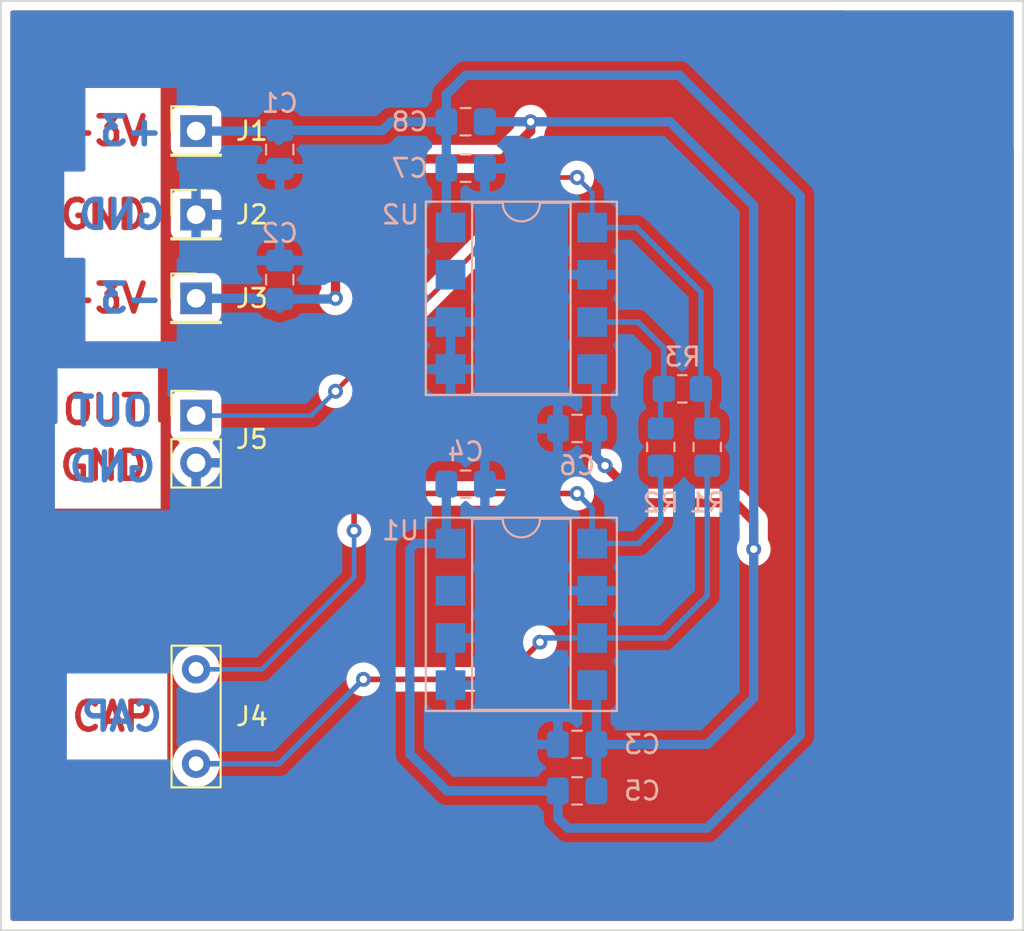
<source format=kicad_pcb>
(kicad_pcb (version 20211014) (generator pcbnew)
  (layers (0 "F.Cu" signal) (31 "B.Cu" signal) (34 "B.Paste" user) (35 "F.Paste" user) (36 "B.SilkS" user "B.Silkscreen") (37 "F.SilkS" user "F.Silkscreen") (38 "B.Mask" user) (39 "F.Mask" user) (44 "Edge.Cuts" user))
  (net 0 "")
  (net 1 "+5V")
  (net 2 "-5V")
  (net 3 "GND")
  (net 4 "Net-(R2-Pad2)")
  (net 7 "Net-(J4-Pad1)")
  (net 8 "Net-(J4-Pad2)")
  (net 9 "Net-(J5-Pad1)")
  (footprint "Connector_PinHeader_2.54mm:PinHeader_1x01_P2.54mm_Vertical" (layer "F.Cu") (at 130.5 47)
    (fp_text reference "J1" (at 3 0) (layer "F.SilkS"))
    (fp_text value "Conn_01x01_Female" hide)
    (fp_line (start -1.33 0) (end -1.33 -1.33) (layer "F.SilkS") (width 0.12))
    (fp_line (start -1.33 1.27) (end -1.33 1.33) (layer "F.SilkS") (width 0.12))
    (fp_line (start 1.33 1.27) (end 1.33 1.33) (layer "F.SilkS") (width 0.12))
    (fp_line (start -1.33 -1.33) (end 0 -1.33) (layer "F.SilkS") (width 0.12))
    (fp_line (start -1.33 1.27) (end 1.33 1.27) (layer "F.SilkS") (width 0.12))
    (fp_line (start -1.33 1.33) (end 1.33 1.33) (layer "F.SilkS") (width 0.12))
    (pad "1" thru_hole rect locked (at 0 0) (size 1.7 1.7) (drill 1) (layers *.Cu *.Mask) (net 1 "+5V"))
  )
  (footprint "Connector_PinHeader_2.54mm:PinHeader_1x01_P2.54mm_Vertical" (layer "F.Cu") (at 130.5 56)
    (fp_text reference "J3" (at 3 0) (layer "F.SilkS"))
    (fp_text value "Conn_01x01_Female" hide)
    (fp_line (start -1.33 -1.33) (end 0 -1.33) (layer "F.SilkS") (width 0.12))
    (fp_line (start -1.33 1.27) (end -1.33 1.33) (layer "F.SilkS") (width 0.12))
    (fp_line (start -1.33 0) (end -1.33 -1.33) (layer "F.SilkS") (width 0.12))
    (fp_line (start -1.33 1.27) (end 1.33 1.27) (layer "F.SilkS") (width 0.12))
    (fp_line (start -1.33 1.33) (end 1.33 1.33) (layer "F.SilkS") (width 0.12))
    (fp_line (start 1.33 1.27) (end 1.33 1.33) (layer "F.SilkS") (width 0.12))
    (pad "1" thru_hole rect locked (at 0 0) (size 1.7 1.7) (drill 1) (layers *.Cu *.Mask) (net 2 "-5V"))
  )
  (footprint "connectors:HARWIN D2899" (layer "F.Cu") (at 130.5 78.5 90)
    (fp_text reference "J4" (at 0 3 unlocked) (layer "F.SilkS"))
    (fp_text value "Conn_01x02_Female" hide)
    (fp_rect (start -3.81 -1.32) (end 3.81 1.32) (layer "F.SilkS") (width 0.12) (fill none))
    (pad "1" thru_hole circle (at -2.54 0 90) (size 1.524 1.524) (drill 0.8) (layers *.Cu *.Mask) (net 7 "Net-(J4-Pad1)"))
    (pad "2" thru_hole circle (at 2.54 0 90) (size 1.524 1.524) (drill 0.8) (layers *.Cu *.Mask) (net 8 "Net-(J4-Pad2)"))
  )
  (footprint "Connector_PinHeader_2.54mm:PinHeader_1x02_P2.54mm_Vertical" (layer "F.Cu") (at 130.5 62.309464)
    (fp_text reference "J5" (at 3 1.275) (layer "F.SilkS"))
    (fp_text value "Conn_01x02_Female" hide)
    (fp_line (start 1.33 1.27) (end 1.33 3.87) (layer "F.SilkS") (width 0.12))
    (fp_line (start -1.33 0) (end -1.33 -1.33) (layer "F.SilkS") (width 0.12))
    (fp_line (start -1.33 1.27) (end 1.33 1.27) (layer "F.SilkS") (width 0.12))
    (fp_line (start -1.33 1.27) (end -1.33 3.87) (layer "F.SilkS") (width 0.12))
    (fp_line (start -1.33 3.87) (end 1.33 3.87) (layer "F.SilkS") (width 0.12))
    (fp_line (start -1.33 -1.33) (end 0 -1.33) (layer "F.SilkS") (width 0.12))
    (pad "1" thru_hole rect locked (at 0 0) (size 1.7 1.7) (drill 1) (layers *.Cu *.Mask) (net 9 "Net-(J5-Pad1)"))
    (pad "2" thru_hole oval locked (at 0 2.54) (size 1.7 1.7) (drill 1) (layers *.Cu *.Mask) (net 3 "GND"))
  )
  (footprint "Connector_PinHeader_2.54mm:PinHeader_1x01_P2.54mm_Vertical" (layer "F.Cu") (at 130.5 51.5)
    (fp_text reference "J2" (at 3 0) (layer "F.SilkS"))
    (fp_text value "Conn_01x01_Female" hide)
    (fp_line (start -1.33 1.33) (end 1.33 1.33) (layer "F.SilkS") (width 0.12))
    (fp_line (start 1.33 1.27) (end 1.33 1.33) (layer "F.SilkS") (width 0.12))
    (fp_line (start -1.33 -1.33) (end 0 -1.33) (layer "F.SilkS") (width 0.12))
    (fp_line (start -1.33 1.27) (end 1.33 1.27) (layer "F.SilkS") (width 0.12))
    (fp_line (start -1.33 0) (end -1.33 -1.33) (layer "F.SilkS") (width 0.12))
    (fp_line (start -1.33 1.27) (end -1.33 1.33) (layer "F.SilkS") (width 0.12))
    (pad "1" thru_hole rect locked (at 0 0) (size 1.7 1.7) (drill 1) (layers *.Cu *.Mask) (net 3 "GND"))
  )
  (footprint "Capacitor_SMD:C_0805_2012Metric_Pad1.18x1.45mm_HandSolder" (layer "B.Cu") (at 135 55 90)
    (fp_text reference "C2" (at 2.5 0 180) (layer "B.SilkS") (effects (justify mirror)))
    (fp_text value "100n")
    (fp_line (start -0.261252 -0.735) (end 0.261252 -0.735) (layer "B.SilkS") (width 0.12))
    (fp_line (start -0.261252 0.735) (end 0.261252 0.735) (layer "B.SilkS") (width 0.12))
    (pad "1" smd roundrect locked (at -1.0375 0 90) (size 1.175 1.45) (layers "B.Cu" "B.Paste" "B.Mask") (roundrect_rratio 0.212766) (net 2 "-5V"))
    (pad "2" smd roundrect locked (at 1.0375 0 90) (size 1.175 1.45) (layers "B.Cu" "B.Paste" "B.Mask") (roundrect_rratio 0.212766) (net 3 "GND"))
  )
  (footprint "Capacitor_SMD:C_0805_2012Metric_Pad1.18x1.45mm_HandSolder" (layer "B.Cu") (at 145 46.5)
    (fp_text reference "C8" (at -3 0) (layer "B.SilkS") (effects (justify mirror)))
    (fp_text value "100n")
    (fp_line (start -0.261252 -0.735) (end 0.261252 -0.735) (layer "B.SilkS") (width 0.12))
    (fp_line (start -0.261252 0.735) (end 0.261252 0.735) (layer "B.SilkS") (width 0.12))
    (pad "1" smd roundrect locked (at -1.0375 0) (size 1.175 1.45) (layers "B.Cu" "B.Paste" "B.Mask") (roundrect_rratio 0.212766) (net 1 "+5V"))
    (pad "2" smd roundrect locked (at 1.0375 0) (size 1.175 1.45) (layers "B.Cu" "B.Paste" "B.Mask") (roundrect_rratio 0.212766) (net 2 "-5V"))
  )
  (footprint "Capacitor_SMD:C_0805_2012Metric_Pad1.18x1.45mm_HandSolder" (layer "B.Cu") (at 151 80 180)
    (fp_text reference "C3" (at -3.5 0) (layer "B.SilkS") (effects (justify mirror)))
    (fp_text value "100n")
    (fp_line (start -0.261252 0.735) (end 0.261252 0.735) (layer "B.SilkS") (width 0.12))
    (fp_line (start -0.261252 -0.735) (end 0.261252 -0.735) (layer "B.SilkS") (width 0.12))
    (pad "1" smd roundrect locked (at -1.0375 0 180) (size 1.175 1.45) (layers "B.Cu" "B.Paste" "B.Mask") (roundrect_rratio 0.212766) (net 2 "-5V"))
    (pad "2" smd roundrect locked (at 1.0375 0 180) (size 1.175 1.45) (layers "B.Cu" "B.Paste" "B.Mask") (roundrect_rratio 0.212766) (net 3 "GND"))
  )
  (footprint "Package_DIP:DIP-8_W7.62mm_SMDSocket_SmallPads" (layer "B.Cu") (at 148 73 180)
    (fp_text reference "U1" (at 6.5 4.5) (layer "B.SilkS") (effects (justify mirror)))
    (fp_text value "MCP6002-xSN")
    (fp_line (start 2.65 5.14) (end 1 5.14) (layer "B.SilkS") (width 0.12))
    (fp_line (start -2.65 5.14) (end -2.65 -5.14) (layer "B.SilkS") (width 0.12))
    (fp_line (start -5.14 -5.2) (end 5.14 -5.2) (layer "B.SilkS") (width 0.12))
    (fp_line (start 5.14 5.2) (end -5.14 5.2) (layer "B.SilkS") (width 0.12))
    (fp_line (start 2.65 -5.14) (end 2.65 5.14) (layer "B.SilkS") (width 0.12))
    (fp_line (start -5.14 5.2) (end -5.14 -5.2) (layer "B.SilkS") (width 0.12))
    (fp_line (start 5.14 -5.2) (end 5.14 5.2) (layer "B.SilkS") (width 0.12))
    (fp_line (start -1 5.14) (end -2.65 5.14) (layer "B.SilkS") (width 0.12))
    (fp_line (start -2.65 -5.14) (end 2.65 -5.14) (layer "B.SilkS") (width 0.12))
    (fp_arc (start -1 5.14) (mid 0 4.14) (end 1 5.14) (layer "B.SilkS") (width 0.12))
    (pad "1" smd rect locked (at -3.81 3.81 180) (size 1.6 1.6) (layers "B.Cu" "B.Paste" "B.Mask") (net 8 "Net-(J4-Pad2)"))
    (pad "2" smd rect locked (at -3.81 1.27 180) (size 1.6 1.6) (layers "B.Cu" "B.Paste" "B.Mask") (net 3 "GND"))
    (pad "3" smd rect locked (at -3.81 -1.27 180) (size 1.6 1.6) (layers "B.Cu" "B.Paste" "B.Mask") (net 7 "Net-(J4-Pad1)"))
    (pad "4" smd rect locked (at -3.81 -3.81 180) (size 1.6 1.6) (layers "B.Cu" "B.Paste" "B.Mask") (net 2 "-5V"))
    (pad "5" smd rect locked (at 3.81 -3.81 180) (size 1.6 1.6) (layers "B.Cu" "B.Paste" "B.Mask") (net 3 "GND"))
    (pad "6" smd rect locked (at 3.81 -1.27 180) (size 1.6 1.6) (layers "B.Cu" "B.Paste" "B.Mask") (net 3 "GND"))
    (pad "7" smd rect locked (at 3.81 1.27 180) (size 1.6 1.6) (layers "B.Cu" "B.Paste" "B.Mask"))
    (pad "8" smd rect locked (at 3.81 3.81 180) (size 1.6 1.6) (layers "B.Cu" "B.Paste" "B.Mask") (net 1 "+5V"))
  )
  (footprint "Capacitor_SMD:C_0805_2012Metric_Pad1.18x1.45mm_HandSolder" (layer "B.Cu") (at 151 63 180)
    (fp_text reference "C6" (at 0 -2) (layer "B.SilkS") (effects (justify mirror)))
    (fp_text value "100n")
    (fp_line (start -0.261252 0.735) (end 0.261252 0.735) (layer "B.SilkS") (width 0.12))
    (fp_line (start -0.261252 -0.735) (end 0.261252 -0.735) (layer "B.SilkS") (width 0.12))
    (pad "1" smd roundrect locked (at -1.0375 0 180) (size 1.175 1.45) (layers "B.Cu" "B.Paste" "B.Mask") (roundrect_rratio 0.212766) (net 2 "-5V"))
    (pad "2" smd roundrect locked (at 1.0375 0 180) (size 1.175 1.45) (layers "B.Cu" "B.Paste" "B.Mask") (roundrect_rratio 0.212766) (net 3 "GND"))
  )
  (footprint "Resistor_SMD:R_0805_2012Metric_Pad1.20x1.40mm_HandSolder" (layer "B.Cu") (at 158 64 -90)
    (fp_text reference "R1" (at 3 0 180) (layer "B.SilkS") (effects (justify mirror)))
    (fp_text value "5k1")
    (fp_line (start -0.227064 0.735) (end 0.227064 0.735) (layer "B.SilkS") (width 0.12))
    (fp_line (start -0.227064 -0.735) (end 0.227064 -0.735) (layer "B.SilkS") (width 0.12))
    (pad "1" smd roundrect locked (at -1 0 270) (size 1.2 1.4) (layers "B.Cu" "B.Paste" "B.Mask") (roundrect_rratio 0.208333) (net 9 "Net-(J5-Pad1)"))
    (pad "2" smd roundrect locked (at 1 0 270) (size 1.2 1.4) (layers "B.Cu" "B.Paste" "B.Mask") (roundrect_rratio 0.208333) (net 7 "Net-(J4-Pad1)"))
  )
  (footprint "Capacitor_SMD:C_0805_2012Metric_Pad1.18x1.45mm_HandSolder" (layer "B.Cu") (at 135 48 -90)
    (fp_text reference "C1" (at -2.5 0 180) (layer "B.SilkS") (effects (justify mirror)))
    (fp_text value "100n")
    (fp_line (start -0.261252 0.735) (end 0.261252 0.735) (layer "B.SilkS") (width 0.12))
    (fp_line (start -0.261252 -0.735) (end 0.261252 -0.735) (layer "B.SilkS") (width 0.12))
    (pad "1" smd roundrect locked (at -1.0375 0 270) (size 1.175 1.45) (layers "B.Cu" "B.Paste" "B.Mask") (roundrect_rratio 0.212766) (net 1 "+5V"))
    (pad "2" smd roundrect locked (at 1.0375 0 270) (size 1.175 1.45) (layers "B.Cu" "B.Paste" "B.Mask") (roundrect_rratio 0.212766) (net 3 "GND"))
  )
  (footprint "Resistor_SMD:R_0805_2012Metric_Pad1.20x1.40mm_HandSolder" (layer "B.Cu") (at 155.5 64 90)
    (fp_text reference "R2" (at -3 0 180) (layer "B.SilkS") (effects (justify mirror)))
    (fp_text value "510")
    (fp_line (start -0.227064 0.735) (end 0.227064 0.735) (layer "B.SilkS") (width 0.12))
    (fp_line (start -0.227064 -0.735) (end 0.227064 -0.735) (layer "B.SilkS") (width 0.12))
    (pad "1" smd roundrect locked (at -1 0 90) (size 1.2 1.4) (layers "B.Cu" "B.Paste" "B.Mask") (roundrect_rratio 0.208333) (net 8 "Net-(J4-Pad2)"))
    (pad "2" smd roundrect locked (at 1 0 90) (size 1.2 1.4) (layers "B.Cu" "B.Paste" "B.Mask") (roundrect_rratio 0.208333) (net 4 "Net-(R2-Pad2)"))
  )
  (footprint "Capacitor_SMD:C_0805_2012Metric_Pad1.18x1.45mm_HandSolder" (layer "B.Cu") (at 145 66)
    (fp_text reference "C4" (at 0 -1.75) (layer "B.SilkS") (effects (justify mirror)))
    (fp_text value "100n")
    (fp_line (start -0.261252 0.735) (end 0.261252 0.735) (layer "B.SilkS") (width 0.12))
    (fp_line (start -0.261252 -0.735) (end 0.261252 -0.735) (layer "B.SilkS") (width 0.12))
    (pad "1" smd roundrect locked (at -1.0375 0) (size 1.175 1.45) (layers "B.Cu" "B.Paste" "B.Mask") (roundrect_rratio 0.212766) (net 1 "+5V"))
    (pad "2" smd roundrect locked (at 1.0375 0) (size 1.175 1.45) (layers "B.Cu" "B.Paste" "B.Mask") (roundrect_rratio 0.212766) (net 3 "GND"))
  )
  (footprint "Capacitor_SMD:C_0805_2012Metric_Pad1.18x1.45mm_HandSolder" (layer "B.Cu") (at 145 49)
    (fp_text reference "C7" (at -3 0 180) (layer "B.SilkS") (effects (justify mirror)))
    (fp_text value "100n")
    (fp_line (start -0.261252 0.735) (end 0.261252 0.735) (layer "B.SilkS") (width 0.12))
    (fp_line (start -0.261252 -0.735) (end 0.261252 -0.735) (layer "B.SilkS") (width 0.12))
    (pad "1" smd roundrect locked (at -1.0375 0) (size 1.175 1.45) (layers "B.Cu" "B.Paste" "B.Mask") (roundrect_rratio 0.212766) (net 1 "+5V"))
    (pad "2" smd roundrect locked (at 1.0375 0) (size 1.175 1.45) (layers "B.Cu" "B.Paste" "B.Mask") (roundrect_rratio 0.212766) (net 3 "GND"))
  )
  (footprint "Capacitor_SMD:C_0805_2012Metric_Pad1.18x1.45mm_HandSolder" (layer "B.Cu") (at 151 82.5)
    (fp_text reference "C5" (at 3.5 0) (layer "B.SilkS") (effects (justify mirror)))
    (fp_text value "100n")
    (fp_line (start -0.261252 0.735) (end 0.261252 0.735) (layer "B.SilkS") (width 0.12))
    (fp_line (start -0.261252 -0.735) (end 0.261252 -0.735) (layer "B.SilkS") (width 0.12))
    (pad "1" smd roundrect locked (at -1.0375 0) (size 1.175 1.45) (layers "B.Cu" "B.Paste" "B.Mask") (roundrect_rratio 0.212766) (net 1 "+5V"))
    (pad "2" smd roundrect locked (at 1.0375 0) (size 1.175 1.45) (layers "B.Cu" "B.Paste" "B.Mask") (roundrect_rratio 0.212766) (net 2 "-5V"))
  )
  (footprint "Package_DIP:DIP-8_W7.62mm_SMDSocket_SmallPads" (layer "B.Cu") (at 148 56 180)
    (fp_text reference "U2" (at 6.5 4.5) (layer "B.SilkS") (effects (justify mirror)))
    (fp_text value "MCP6542-xSN")
    (fp_line (start 2.65 -5.14) (end 2.65 5.14) (layer "B.SilkS") (width 0.12))
    (fp_line (start 5.14 5.2) (end -5.14 5.2) (layer "B.SilkS") (width 0.12))
    (fp_line (start 5.14 -5.2) (end 5.14 5.2) (layer "B.SilkS") (width 0.12))
    (fp_line (start -5.14 5.2) (end -5.14 -5.2) (layer "B.SilkS") (width 0.12))
    (fp_line (start -5.14 -5.2) (end 5.14 -5.2) (layer "B.SilkS") (width 0.12))
    (fp_line (start -1 5.14) (end -2.65 5.14) (layer "B.SilkS") (width 0.12))
    (fp_line (start -2.65 -5.14) (end 2.65 -5.14) (layer "B.SilkS") (width 0.12))
    (fp_line (start -2.65 5.14) (end -2.65 -5.14) (layer "B.SilkS") (width 0.12))
    (fp_line (start 2.65 5.14) (end 1 5.14) (layer "B.SilkS") (width 0.12))
    (fp_arc (start -1 5.14) (mid 0 4.14) (end 1 5.14) (layer "B.SilkS") (width 0.12))
    (pad "1" smd rect locked (at -3.81 3.81 180) (size 1.6 1.6) (layers "B.Cu" "B.Paste" "B.Mask") (net 9 "Net-(J5-Pad1)"))
    (pad "2" smd rect locked (at -3.81 1.27 180) (size 1.6 1.6) (layers "B.Cu" "B.Paste" "B.Mask") (net 3 "GND"))
    (pad "3" smd rect locked (at -3.81 -1.27 180) (size 1.6 1.6) (layers "B.Cu" "B.Paste" "B.Mask") (net 4 "Net-(R2-Pad2)"))
    (pad "4" smd rect locked (at -3.81 -3.81 180) (size 1.6 1.6) (layers "B.Cu" "B.Paste" "B.Mask") (net 2 "-5V"))
    (pad "5" smd rect locked (at 3.81 -3.81 180) (size 1.6 1.6) (layers "B.Cu" "B.Paste" "B.Mask") (net 3 "GND"))
    (pad "6" smd rect locked (at 3.81 -1.27 180) (size 1.6 1.6) (layers "B.Cu" "B.Paste" "B.Mask") (net 3 "GND"))
    (pad "7" smd rect locked (at 3.81 1.27 180) (size 1.6 1.6) (layers "B.Cu" "B.Paste" "B.Mask"))
    (pad "8" smd rect locked (at 3.81 3.81 180) (size 1.6 1.6) (layers "B.Cu" "B.Paste" "B.Mask") (net 1 "+5V"))
  )
  (footprint "Resistor_SMD:R_0805_2012Metric_Pad1.20x1.40mm_HandSolder" (layer "B.Cu") (at 156.659828 60.870477)
    (fp_text reference "R3" (at 0.017351 -1.717743 180) (layer "B.SilkS") (effects (justify mirror)))
    (fp_text value "1k")
    (fp_line (start -0.227064 0.735) (end 0.227064 0.735) (layer "B.SilkS") (width 0.12))
    (fp_line (start -0.227064 -0.735) (end 0.227064 -0.735) (layer "B.SilkS") (width 0.12))
    (pad "1" smd roundrect locked (at -1 0) (size 1.2 1.4) (layers "B.Cu" "B.Paste" "B.Mask") (roundrect_rratio 0.208333) (net 4 "Net-(R2-Pad2)"))
    (pad "2" smd roundrect locked (at 1 0) (size 1.2 1.4) (layers "B.Cu" "B.Paste" "B.Mask") (roundrect_rratio 0.208333) (net 9 "Net-(J5-Pad1)"))
  )
  (gr_rect (start 120 40) (end 175 90) (layer "Edge.Cuts") (width 0.1) (fill none))
  (gr_text "CAP" (at 126 78.5) (layer "F.Cu") (effects (font (size 1.5 1.5) (thickness 0.3))))
  (gr_text "OUT" (at 125.5 62) (layer "F.Cu") (effects (font (size 1.5 1.5) (thickness 0.3))))
  (gr_text "-3V" (at 125.5 56) (layer "F.Cu") (effects (font (size 1.5 1.5) (thickness 0.3))))
  (gr_text "TychoJ" (at 170 42.5) (layer "F.Cu") (effects (font (size 1.5 1.5) (thickness 0.3))))
  (gr_text "GND" (at 125.5 65) (layer "F.Cu") (effects (font (size 1.5 1.5) (thickness 0.3))))
  (gr_text "GND" (at 125.5 51.5) (layer "F.Cu") (effects (font (size 1.5 1.5) (thickness 0.3))))
  (gr_text "+3V" (at 125.5 47) (layer "F.Cu") (effects (font (size 1.5 1.5) (thickness 0.3))))
  (gr_text "23032022" (at 168 45.5) (layer "F.Cu") (effects (font (size 1.5 1.5) (thickness 0.3))))
  (gr_text "GND" (at 126.5 51.5) (layer "B.Cu") (effects (font (size 1.5 1.5) (thickness 0.3)) (justify mirror)))
  (gr_text "-3" (at 127 56) (layer "B.Cu") (effects (font (size 1.5 1.5) (thickness 0.3)) (justify mirror)))
  (gr_text "CAP" (at 126.5 78.5) (layer "B.Cu") (effects (font (size 1.5 1.5) (thickness 0.3)) (justify mirror)))
  (gr_text "+3" (at 127 47) (layer "B.Cu") (effects (font (size 1.5 1.5) (thickness 0.3)) (justify mirror)))
  (gr_text "OUT" (at 126 62.084464) (layer "B.Cu") (effects (font (size 1.5 1.5) (thickness 0.3)) (justify mirror)))
  (gr_text "GND" (at 126 65.084464) (layer "B.Cu") (effects (font (size 1.5 1.5) (thickness 0.3)) (justify mirror)))
  (segment (start 158 84.5) (end 163 79.5) (width 0.5) (layer "B.Cu") (net 1))
  (segment (start 143.9625 49) (end 143.9625 51.9625) (width 0.5) (layer "B.Cu") (net 1))
  (segment (start 140.5375 46.9625) (end 141 46.5) (width 0.5) (layer "B.Cu") (net 1))
  (segment (start 145 44) (end 143.9625 45.0375) (width 0.5) (layer "B.Cu") (net 1))
  (segment (start 143.9625 68.9625) (end 144.19 69.19) (width 0.5) (layer "B.Cu") (net 1))
  (segment (start 141 46.5) (end 143.9625 46.5) (width 0.5) (layer "B.Cu") (net 1))
  (segment (start 143.9625 45.0375) (end 143.9625 46.5) (width 0.5) (layer "B.Cu") (net 1))
  (segment (start 134.9625 47) (end 135 46.9625) (width 0.5) (layer "B.Cu") (net 1))
  (segment (start 143.9625 49) (end 143.9625 46.5) (width 0.5) (layer "B.Cu") (net 1))
  (segment (start 135 46.9625) (end 140.5375 46.9625) (width 0.5) (layer "B.Cu") (net 1))
  (segment (start 142 69.5) (end 142 80.5) (width 0.5) (layer "B.Cu") (net 1))
  (segment (start 149.9625 82.5) (end 149.9625 83.9625) (width 0.5) (layer "B.Cu") (net 1))
  (segment (start 156.5 44) (end 145 44) (width 0.5) (layer "B.Cu") (net 1))
  (segment (start 163 79.5) (end 163 50.5) (width 0.5) (layer "B.Cu") (net 1))
  (segment (start 143.9625 66) (end 143.9625 68.9625) (width 0.5) (layer "B.Cu") (net 1))
  (segment (start 142.31 69.19) (end 142 69.5) (width 0.5) (layer "B.Cu") (net 1))
  (segment (start 144.19 69.19) (end 142.31 69.19) (width 0.5) (layer "B.Cu") (net 1))
  (segment (start 150.5 84.5) (end 158 84.5) (width 0.5) (layer "B.Cu") (net 1))
  (segment (start 163 50.5) (end 156.5 44) (width 0.5) (layer "B.Cu") (net 1))
  (segment (start 144 82.5) (end 149.9625 82.5) (width 0.5) (layer "B.Cu") (net 1))
  (segment (start 134.9625 47.5) (end 135 47.4625) (width 0.5) (layer "B.Cu") (net 1))
  (segment (start 142 80.5) (end 144 82.5) (width 0.5) (layer "B.Cu") (net 1))
  (segment (start 149.9625 83.9625) (end 150.5 84.5) (width 0.5) (layer "B.Cu") (net 1))
  (segment (start 130.5 47) (end 134.9625 47) (width 0.5) (layer "B.Cu") (net 1))
  (segment (start 143.9625 51.9625) (end 144.19 52.19) (width 0.5) (layer "B.Cu") (net 1))
  (segment (start 160.5 68) (end 160.5 69.5) (width 0.5) (layer "F.Cu") (net 2))
  (segment (start 152.5 65) (end 154.5 67) (width 0.5) (layer "F.Cu") (net 2))
  (segment (start 154.5 67) (end 159.5 67) (width 0.5) (layer "F.Cu") (net 2))
  (segment (start 138 52.5) (end 138 56) (width 0.5) (layer "F.Cu") (net 2))
  (segment (start 159.5 67) (end 160.5 68) (width 0.5) (layer "F.Cu") (net 2))
  (segment (start 142 48.5) (end 138 52.5) (width 0.5) (layer "F.Cu") (net 2))
  (segment (start 147 48.5) (end 142 48.5) (width 0.5) (layer "F.Cu") (net 2))
  (segment (start 148.5 47) (end 147 48.5) (width 0.5) (layer "F.Cu") (net 2))
  (segment (start 148.5 46.5) (end 148.5 47) (width 0.5) (layer "F.Cu") (net 2))
  (via (at 160.5 69.5) (size 0.8) (drill 0.4) (layers "F.Cu" "B.Cu") (net 2))
  (via (at 152.5 65) (size 0.8) (drill 0.4) (layers "F.Cu" "B.Cu") (net 2))
  (via (at 138 56) (size 0.8) (drill 0.4) (layers "F.Cu" "B.Cu") (net 2))
  (via (at 148.5 46.5) (size 0.8) (drill 0.4) (layers "F.Cu" "B.Cu") (net 2))
  (segment (start 158 80) (end 152.0375 80) (width 0.5) (layer "B.Cu") (net 2))
  (segment (start 160.5 51) (end 160.5 69.5) (width 0.5) (layer "B.Cu") (net 2))
  (segment (start 152.0375 80) (end 152.0375 82.5) (width 0.5) (layer "B.Cu") (net 2))
  (segment (start 137.9625 56.0375) (end 138 56) (width 0.5) (layer "B.Cu") (net 2))
  (segment (start 135 56.0375) (end 137.9625 56.0375) (width 0.5) (layer "B.Cu") (net 2))
  (segment (start 152.0375 77.0375) (end 151.81 76.81) (width 0.5) (layer "B.Cu") (net 2))
  (segment (start 130.5 56) (end 134.9625 56) (width 0.5) (layer "B.Cu") (net 2))
  (segment (start 152.0375 63) (end 152.0375 60.0375) (width 0.5) (layer "B.Cu") (net 2))
  (segment (start 134.9625 56) (end 135 56.0375) (width 0.5) (layer "B.Cu") (net 2))
  (segment (start 160.5 77.5) (end 158 80) (width 0.5) (layer "B.Cu") (net 2))
  (segment (start 134.9625 56.5) (end 135 56.5375) (width 0.5) (layer "B.Cu") (net 2))
  (segment (start 156 46.5) (end 160.5 51) (width 0.5) (layer "B.Cu") (net 2))
  (segment (start 152.0375 63) (end 152.0375 64.5375) (width 0.5) (layer "B.Cu") (net 2))
  (segment (start 152.0375 60.0375) (end 151.81 59.81) (width 0.5) (layer "B.Cu") (net 2))
  (segment (start 148.5 46.5) (end 156 46.5) (width 0.5) (layer "B.Cu") (net 2))
  (segment (start 148.5 46.5) (end 146.0375 46.5) (width 0.5) (layer "B.Cu") (net 2))
  (segment (start 152.0375 64.5375) (end 152.5 65) (width 0.5) (layer "B.Cu") (net 2))
  (segment (start 160.5 69.5) (end 160.5 77.5) (width 0.5) (layer "B.Cu") (net 2))
  (segment (start 152.0375 80) (end 152.0375 77.0375) (width 0.5) (layer "B.Cu") (net 2))
  (segment (start 155.5 63) (end 155.5 61.030305) (width 0.3) (layer "B.Cu") (net 4))
  (segment (start 155.659828 60.870477) (end 155.659828 58.659828) (width 0.3) (layer "B.Cu") (net 4))
  (segment (start 154.27 57.27) (end 151.81 57.27) (width 0.3) (layer "B.Cu") (net 4))
  (segment (start 155.5 61.030305) (end 155.659828 60.870477) (width 0.3) (layer "B.Cu") (net 4))
  (segment (start 155.659828 58.659828) (end 154.27 57.27) (width 0.3) (layer "B.Cu") (net 4))
  (segment (start 149 74.5) (end 147 76.5) (width 0.3) (layer "F.Cu") (net 7))
  (segment (start 147 76.5) (end 140 76.5) (width 0.3) (layer "F.Cu") (net 7))
  (segment (start 140 76.5) (end 139.5 76.5) (width 0.3) (layer "F.Cu") (net 7))
  (via (at 149 74.5) (size 0.8) (drill 0.4) (layers "F.Cu" "B.Cu") (net 7))
  (via (at 139.5 76.5) (size 0.8) (drill 0.4) (layers "F.Cu" "B.Cu") (net 7))
  (segment (start 151.81 74.27) (end 149.23 74.27) (width 0.3) (layer "B.Cu") (net 7))
  (segment (start 139.5 76.5) (end 134.96 81.04) (width 0.3) (layer "B.Cu") (net 7))
  (segment (start 158 72) (end 155.73 74.27) (width 0.3) (layer "B.Cu") (net 7))
  (segment (start 149.23 74.27) (end 149 74.5) (width 0.3) (layer "B.Cu") (net 7))
  (segment (start 158 65) (end 158 72) (width 0.3) (layer "B.Cu") (net 7))
  (segment (start 134.96 81.04) (end 130.5 81.04) (width 0.3) (layer "B.Cu") (net 7))
  (segment (start 155.73 74.27) (end 151.81 74.27) (width 0.3) (layer "B.Cu") (net 7))
  (segment (start 151 66.5) (end 140 66.5) (width 0.3) (layer "F.Cu") (net 8))
  (segment (start 140 66.5) (end 139 67.5) (width 0.3) (layer "F.Cu") (net 8))
  (segment (start 139 67.5) (end 139 68.5) (width 0.3) (layer "F.Cu") (net 8))
  (via (at 139 68.5) (size 0.8) (drill 0.4) (layers "F.Cu" "B.Cu") (net 8))
  (via (at 151 66.5) (size 0.8) (drill 0.4) (layers "F.Cu" "B.Cu") (net 8))
  (segment (start 139 71) (end 139 68.5) (width 0.25) (layer "B.Cu") (net 8))
  (segment (start 130.5 75.96) (end 134.04 75.96) (width 0.25) (layer "B.Cu") (net 8))
  (segment (start 151.81 67.31) (end 151 66.5) (width 0.3) (layer "B.Cu") (net 8))
  (segment (start 154.31 69.19) (end 151.81 69.19) (width 0.3) (layer "B.Cu") (net 8))
  (segment (start 155.5 65) (end 155.5 68) (width 0.3) (layer "B.Cu") (net 8))
  (segment (start 134.04 75.96) (end 139 71) (width 0.25) (layer "B.Cu") (net 8))
  (segment (start 151.81 69.19) (end 151.81 67.31) (width 0.3) (layer "B.Cu") (net 8))
  (segment (start 155.5 68) (end 154.31 69.19) (width 0.3) (layer "B.Cu") (net 8))
  (segment (start 149.5 49.5) (end 151 49.5) (width 0.25) (layer "F.Cu") (net 9))
  (segment (start 138 61) (end 149.5 49.5) (width 0.25) (layer "F.Cu") (net 9))
  (via (at 138 61) (size 0.8) (drill 0.4) (layers "F.Cu" "B.Cu") (net 9))
  (via (at 151 49.5) (size 0.8) (drill 0.4) (layers "F.Cu" "B.Cu") (net 9))
  (segment (start 157.659828 55.659828) (end 157.659828 60.870477) (width 0.3) (layer "B.Cu") (net 9))
  (segment (start 151.81 52.19) (end 154.19 52.19) (width 0.3) (layer "B.Cu") (net 9))
  (segment (start 154.19 52.19) (end 157.659828 55.659828) (width 0.3) (layer "B.Cu") (net 9))
  (segment (start 151 49.5) (end 151.81 50.31) (width 0.25) (layer "B.Cu") (net 9))
  (segment (start 157.659828 60.870477) (end 158 61.210649) (width 0.3) (layer "B.Cu") (net 9))
  (segment (start 151.81 50.31) (end 151.81 52.19) (width 0.25) (layer "B.Cu") (net 9))
  (segment (start 158 61.210649) (end 158 63) (width 0.3) (layer "B.Cu") (net 9))
  (segment (start 136.690536 62.309464) (end 130.5 62.309464) (width 0.25) (layer "B.Cu") (net 9))
  (segment (start 138 61) (end 136.690536 62.309464) (width 0.25) (layer "B.Cu") (net 9))
  (zone (net 0) (net_name "") (layer "F.Cu") (connect_pads (clearance 0.508)) (min_thickness 0.254) (fill yes (thermal_gap 0.508) (thermal_bridge_width 0.508))
    (polygon (pts (xy 175 90) (xy 120 90) (xy 120 40) (xy 175 40)))
  )
  (zone (net 3) (net_name "GND") (layer "B.Cu") (connect_pads (clearance 0.508)) (min_thickness 0.254) (fill yes (thermal_gap 0.508) (thermal_bridge_width 0.508))
    (polygon (pts (xy 175 90) (xy 120 90) (xy 120 40) (xy 175 40)))
  )
)
</source>
